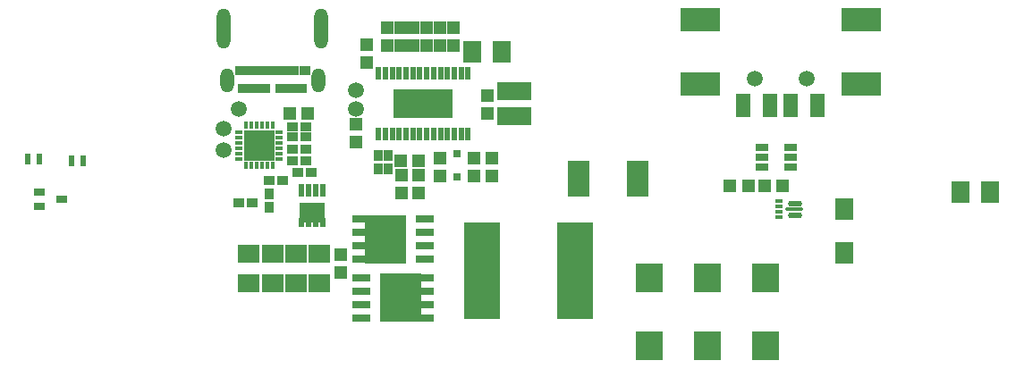
<source format=gbr>
G04 DipTrace 3.3.1.3*
G04 TopMask.gbr*
%MOMM*%
G04 #@! TF.FileFunction,Soldermask,Top*
G04 #@! TF.Part,Single*
%ADD47C,1.5*%
%ADD65C,1.5*%
%ADD74R,0.904X2.404*%
%ADD76O,0.904X2.404*%
%ADD78O,1.304X3.804*%
%ADD80O,1.304X2.304*%
%ADD82R,0.504X0.904*%
%ADD84R,2.904X2.904*%
%ADD86R,0.804X0.454*%
%ADD88R,0.454X0.804*%
%ADD90R,1.304X0.804*%
%ADD92R,0.654X0.454*%
%ADD94O,1.354X0.554*%
%ADD96O,1.654X0.404*%
%ADD98R,5.704X2.704*%
%ADD100R,0.604X1.254*%
%ADD104R,2.004X3.404*%
%ADD106R,2.439X1.929*%
%ADD108R,0.609X1.194*%
%ADD110R,0.609X0.964*%
%ADD112R,1.754X0.804*%
%ADD114R,1.554X0.804*%
%ADD116R,3.854X4.614*%
%ADD118R,1.804X2.104*%
%ADD120R,3.204X1.704*%
%ADD122R,3.504X9.224*%
%ADD124R,3.704X2.204*%
%ADD126R,1.454X2.204*%
%ADD128R,0.604X1.104*%
%ADD130R,1.054X0.704*%
%ADD132R,0.804X0.804*%
%ADD134R,1.104X0.904*%
%ADD136R,1.804X2.004*%
%ADD138R,1.304X1.204*%
%ADD140R,0.904X1.104*%
%ADD142R,2.004X1.804*%
%ADD144R,1.204X1.304*%
%ADD146R,2.604X2.804*%
%FSLAX35Y35*%
G04*
G71*
G90*
G75*
G01*
G04 TopMask*
%LPD*%
D146*
X5191800Y1889800D3*
Y1249767D3*
X5740677Y1889800D3*
Y1249767D3*
D144*
X2270800Y2107427D3*
Y1937427D3*
D142*
X1397677Y1842177D3*
Y2122177D3*
X1619920Y1842177D3*
Y2122177D3*
X1842173Y1842177D3*
Y2122177D3*
X2064423Y1842177D3*
Y2122177D3*
D144*
X3651927Y3620177D3*
Y3450177D3*
X3205427Y4260800D3*
Y4090800D3*
X2705427D3*
Y4260800D3*
X3207423Y2858177D3*
Y3028177D3*
X3699550Y2858177D3*
Y3028177D3*
D140*
X2620050Y3048677D3*
Y2918677D3*
D144*
X2413673Y3175677D3*
Y3345677D3*
D138*
X3006673Y3001050D3*
X2836673D3*
D136*
X3794800Y4032927D3*
X3514800D3*
D146*
X6287177Y1889800D3*
Y1249767D3*
D144*
X2508927Y4096423D3*
Y3926423D3*
X3524927Y2858177D3*
Y3028177D3*
D138*
X1953300Y3445550D3*
X1783300D3*
D140*
X1588173Y2555050D3*
Y2685050D3*
D134*
X1810423Y3112173D3*
X1940423D3*
X1810423Y3223300D3*
X1940423D3*
D136*
X8414427Y2699427D3*
X8134427D3*
D132*
X3366177Y2843427D3*
Y3063427D3*
D130*
X-586700Y2699423D3*
Y2569410D3*
X-376700Y2634417D3*
D128*
X-697827Y3016927D3*
X-587827D3*
X-285077Y3001050D3*
X-175077D3*
D126*
X6779300Y3524927D3*
D124*
X7191800Y3724927D3*
X5666800D3*
Y4334927D3*
X7191800D3*
D126*
X6529300Y3524927D3*
X6329300D3*
X6079300D3*
D65*
X6674300Y3774927D3*
X6184300D3*
D122*
X3604300Y1953300D3*
X4484300D3*
D120*
X3905923Y3655300D3*
Y3426300D3*
D118*
X7033300Y2127923D3*
Y2537923D3*
D116*
X2692923Y2254927D3*
D114*
X2453423Y2064427D3*
Y2191427D3*
Y2318427D3*
Y2445427D3*
D112*
X3062423Y2064427D3*
Y2191427D3*
Y2318427D3*
Y2445427D3*
D116*
X2832923Y1699303D3*
D114*
X3072423Y1889803D3*
Y1762803D3*
Y1635803D3*
Y1508803D3*
D112*
X2463423Y1889803D3*
Y1762803D3*
Y1635803D3*
Y1508803D3*
D110*
X1897773Y2418300D3*
X1963773D3*
X2029773D3*
X2095770D3*
D108*
X1897723Y2715300D3*
X1963723D3*
X2029673D3*
X2095720D3*
D106*
X1996973Y2511100D3*
D144*
X3330427Y4260800D3*
Y4090800D3*
X2830427D3*
Y4260800D3*
D104*
X4514923Y2826427D3*
X5074923D3*
D140*
X2715303Y3048677D3*
Y2918677D3*
D144*
X3080427Y4090800D3*
Y4260800D3*
X2955427D3*
Y4090800D3*
X2842300Y2693800D3*
Y2863800D3*
X3001047Y2693800D3*
Y2863800D3*
D138*
X6445923Y2762927D3*
X6275923D3*
X5953800D3*
X6123800D3*
D134*
X1810423Y3001050D3*
X1940423D3*
X1858050Y2889927D3*
X1988050D3*
X1586673Y2810550D3*
X1716673D3*
X1300923Y2604173D3*
X1430923D3*
X1810423Y3318550D3*
X1940423D3*
D47*
X2413677Y3667800D3*
X2413673Y3493177D3*
X1302427Y3493173D3*
X1159550Y3096300D3*
Y3302673D3*
D100*
X3471173Y3830800D3*
X3406173D3*
X3341173D3*
X3276173D3*
X3211173D3*
X3146173D3*
X3081173D3*
X3016173D3*
X2951173D3*
X2886173D3*
X2821173D3*
X2756173D3*
X2691173D3*
X2626173D3*
Y3250800D3*
X2691173D3*
X2756173D3*
X2821173D3*
X2886173D3*
X2951173D3*
X3016173D3*
X3081173D3*
X3146173D3*
X3211173D3*
X3276173D3*
X3341173D3*
X3406173D3*
X3471173D3*
D98*
X3048673Y3540800D3*
D96*
X6557047Y2540677D3*
D94*
X6572047Y2595677D3*
Y2485677D3*
D92*
X6412047Y2615677D3*
Y2565677D3*
Y2515677D3*
Y2465677D3*
D90*
X6255427Y3128050D3*
Y3033050D3*
Y2938050D3*
X6525427D3*
Y3033050D3*
Y3128050D3*
D88*
X1619927Y3334423D3*
X1569927D3*
X1519927D3*
X1469927D3*
X1419927D3*
X1369927D3*
D86*
X1304927Y3269423D3*
Y3219423D3*
Y3169423D3*
Y3119423D3*
Y3069423D3*
Y3019423D3*
D88*
X1369927Y2954423D3*
X1419927D3*
X1469927D3*
X1519927D3*
X1569927D3*
X1619927D3*
D86*
X1684927Y3019423D3*
Y3069423D3*
Y3119423D3*
Y3169423D3*
Y3219423D3*
Y3269423D3*
D84*
X1494927Y3144423D3*
D82*
X1572300Y3683673D3*
X1522300D3*
X1472300D3*
X1422300D3*
X1372300D3*
X1322300D3*
X1922300D3*
X1872300D3*
X1822300D3*
X1772300D3*
X1722300D3*
X1672300D3*
X1847300Y3853673D3*
X1797300D3*
X1747300D3*
X1697300D3*
X1647300D3*
X1597300D3*
X1547300D3*
X1497300D3*
X1447300D3*
X1397300D3*
D134*
X1927300D3*
X1317300D3*
D80*
X1190300Y3764673D3*
X2054300D3*
D78*
X2084300Y4250673D3*
D76*
Y4300673D3*
D74*
X1160300D3*
D78*
Y4250673D3*
M02*

</source>
